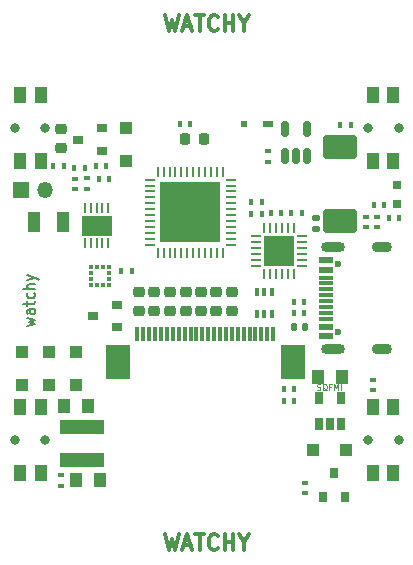
<source format=gbr>
G04 #@! TF.GenerationSoftware,KiCad,Pcbnew,(7.0.0)*
G04 #@! TF.CreationDate,2023-09-20T22:00:44+02:00*
G04 #@! TF.ProjectId,Watchy,57617463-6879-42e6-9b69-6361645f7063,rev?*
G04 #@! TF.SameCoordinates,Original*
G04 #@! TF.FileFunction,Soldermask,Top*
G04 #@! TF.FilePolarity,Negative*
%FSLAX46Y46*%
G04 Gerber Fmt 4.6, Leading zero omitted, Abs format (unit mm)*
G04 Created by KiCad (PCBNEW (7.0.0)) date 2023-09-20 22:00:44*
%MOMM*%
%LPD*%
G01*
G04 APERTURE LIST*
G04 Aperture macros list*
%AMRoundRect*
0 Rectangle with rounded corners*
0 $1 Rounding radius*
0 $2 $3 $4 $5 $6 $7 $8 $9 X,Y pos of 4 corners*
0 Add a 4 corners polygon primitive as box body*
4,1,4,$2,$3,$4,$5,$6,$7,$8,$9,$2,$3,0*
0 Add four circle primitives for the rounded corners*
1,1,$1+$1,$2,$3*
1,1,$1+$1,$4,$5*
1,1,$1+$1,$6,$7*
1,1,$1+$1,$8,$9*
0 Add four rect primitives between the rounded corners*
20,1,$1+$1,$2,$3,$4,$5,0*
20,1,$1+$1,$4,$5,$6,$7,0*
20,1,$1+$1,$6,$7,$8,$9,0*
20,1,$1+$1,$8,$9,$2,$3,0*%
G04 Aperture macros list end*
%ADD10C,0.125000*%
%ADD11C,0.300000*%
%ADD12C,0.150000*%
%ADD13RoundRect,0.168000X-1.232000X0.882000X-1.232000X-0.882000X1.232000X-0.882000X1.232000X0.882000X0*%
%ADD14R,0.800000X0.900000*%
%ADD15R,0.900000X0.800000*%
%ADD16R,0.400000X0.600000*%
%ADD17R,0.600000X0.400000*%
%ADD18RoundRect,0.062500X0.350000X0.062500X-0.350000X0.062500X-0.350000X-0.062500X0.350000X-0.062500X0*%
%ADD19RoundRect,0.062500X0.062500X0.350000X-0.062500X0.350000X-0.062500X-0.350000X0.062500X-0.350000X0*%
%ADD20R,2.600000X2.600000*%
%ADD21R,3.700000X1.200000*%
%ADD22R,1.100000X1.100000*%
%ADD23RoundRect,0.062500X-0.062500X0.375000X-0.062500X-0.375000X0.062500X-0.375000X0.062500X0.375000X0*%
%ADD24RoundRect,0.062500X-0.375000X0.062500X-0.375000X-0.062500X0.375000X-0.062500X0.375000X0.062500X0*%
%ADD25R,5.150000X5.150000*%
%ADD26R,0.400000X0.650000*%
%ADD27R,1.000000X1.250000*%
%ADD28C,0.800000*%
%ADD29R,1.000000X1.400000*%
%ADD30R,0.800000X0.800000*%
%ADD31RoundRect,0.150000X0.150000X-0.512500X0.150000X0.512500X-0.150000X0.512500X-0.150000X-0.512500X0*%
%ADD32R,0.650000X1.060000*%
%ADD33R,0.300000X1.300000*%
%ADD34R,2.000000X3.000000*%
%ADD35O,1.350000X1.350000*%
%ADD36R,1.350000X1.350000*%
%ADD37R,0.500000X0.500000*%
%ADD38R,0.900000X0.500000*%
%ADD39R,1.000000X1.800000*%
%ADD40R,0.375000X0.350000*%
%ADD41R,0.350000X0.375000*%
%ADD42RoundRect,0.062500X-0.062500X0.350000X-0.062500X-0.350000X0.062500X-0.350000X0.062500X0.350000X0*%
%ADD43R,2.500000X1.700000*%
%ADD44RoundRect,0.225000X-0.225000X-0.250000X0.225000X-0.250000X0.225000X0.250000X-0.225000X0.250000X0*%
%ADD45RoundRect,0.225000X0.250000X-0.225000X0.250000X0.225000X-0.250000X0.225000X-0.250000X-0.225000X0*%
%ADD46RoundRect,0.225000X-0.250000X0.225000X-0.250000X-0.225000X0.250000X-0.225000X0.250000X0.225000X0*%
%ADD47RoundRect,0.140000X0.170000X-0.140000X0.170000X0.140000X-0.170000X0.140000X-0.170000X-0.140000X0*%
%ADD48RoundRect,0.140000X-0.140000X-0.170000X0.140000X-0.170000X0.140000X0.170000X-0.140000X0.170000X0*%
%ADD49C,0.600000*%
%ADD50R,1.160000X0.600000*%
%ADD51R,1.160000X0.300000*%
%ADD52O,2.000000X0.900000*%
%ADD53O,1.700000X0.900000*%
G04 APERTURE END LIST*
D10*
X94934991Y-102096080D02*
X95006419Y-102119890D01*
X95006419Y-102119890D02*
X95125467Y-102119890D01*
X95125467Y-102119890D02*
X95173086Y-102096080D01*
X95173086Y-102096080D02*
X95196895Y-102072271D01*
X95196895Y-102072271D02*
X95220705Y-102024652D01*
X95220705Y-102024652D02*
X95220705Y-101977033D01*
X95220705Y-101977033D02*
X95196895Y-101929414D01*
X95196895Y-101929414D02*
X95173086Y-101905604D01*
X95173086Y-101905604D02*
X95125467Y-101881795D01*
X95125467Y-101881795D02*
X95030229Y-101857985D01*
X95030229Y-101857985D02*
X94982610Y-101834176D01*
X94982610Y-101834176D02*
X94958800Y-101810366D01*
X94958800Y-101810366D02*
X94934991Y-101762747D01*
X94934991Y-101762747D02*
X94934991Y-101715128D01*
X94934991Y-101715128D02*
X94958800Y-101667509D01*
X94958800Y-101667509D02*
X94982610Y-101643700D01*
X94982610Y-101643700D02*
X95030229Y-101619890D01*
X95030229Y-101619890D02*
X95149276Y-101619890D01*
X95149276Y-101619890D02*
X95220705Y-101643700D01*
X95768323Y-102167509D02*
X95720704Y-102143700D01*
X95720704Y-102143700D02*
X95673085Y-102096080D01*
X95673085Y-102096080D02*
X95601657Y-102024652D01*
X95601657Y-102024652D02*
X95554038Y-102000842D01*
X95554038Y-102000842D02*
X95506419Y-102000842D01*
X95530228Y-102119890D02*
X95482609Y-102096080D01*
X95482609Y-102096080D02*
X95434990Y-102048461D01*
X95434990Y-102048461D02*
X95411181Y-101953223D01*
X95411181Y-101953223D02*
X95411181Y-101786557D01*
X95411181Y-101786557D02*
X95434990Y-101691319D01*
X95434990Y-101691319D02*
X95482609Y-101643700D01*
X95482609Y-101643700D02*
X95530228Y-101619890D01*
X95530228Y-101619890D02*
X95625466Y-101619890D01*
X95625466Y-101619890D02*
X95673085Y-101643700D01*
X95673085Y-101643700D02*
X95720704Y-101691319D01*
X95720704Y-101691319D02*
X95744514Y-101786557D01*
X95744514Y-101786557D02*
X95744514Y-101953223D01*
X95744514Y-101953223D02*
X95720704Y-102048461D01*
X95720704Y-102048461D02*
X95673085Y-102096080D01*
X95673085Y-102096080D02*
X95625466Y-102119890D01*
X95625466Y-102119890D02*
X95530228Y-102119890D01*
X96125467Y-101857985D02*
X95958800Y-101857985D01*
X95958800Y-102119890D02*
X95958800Y-101619890D01*
X95958800Y-101619890D02*
X96196895Y-101619890D01*
X96387371Y-102119890D02*
X96387371Y-101619890D01*
X96387371Y-101619890D02*
X96554038Y-101977033D01*
X96554038Y-101977033D02*
X96720704Y-101619890D01*
X96720704Y-101619890D02*
X96720704Y-102119890D01*
X96958800Y-102119890D02*
X96958800Y-101619890D01*
D11*
X82102381Y-114357595D02*
X82411905Y-115657595D01*
X82411905Y-115657595D02*
X82659524Y-114729023D01*
X82659524Y-114729023D02*
X82907143Y-115657595D01*
X82907143Y-115657595D02*
X83216667Y-114357595D01*
X83650000Y-115286166D02*
X84269047Y-115286166D01*
X83526190Y-115657595D02*
X83959523Y-114357595D01*
X83959523Y-114357595D02*
X84392857Y-115657595D01*
X84640476Y-114357595D02*
X85383333Y-114357595D01*
X85011905Y-115657595D02*
X85011905Y-114357595D01*
X86559523Y-115533785D02*
X86497619Y-115595690D01*
X86497619Y-115595690D02*
X86311904Y-115657595D01*
X86311904Y-115657595D02*
X86188095Y-115657595D01*
X86188095Y-115657595D02*
X86002381Y-115595690D01*
X86002381Y-115595690D02*
X85878571Y-115471880D01*
X85878571Y-115471880D02*
X85816666Y-115348071D01*
X85816666Y-115348071D02*
X85754762Y-115100452D01*
X85754762Y-115100452D02*
X85754762Y-114914738D01*
X85754762Y-114914738D02*
X85816666Y-114667119D01*
X85816666Y-114667119D02*
X85878571Y-114543309D01*
X85878571Y-114543309D02*
X86002381Y-114419500D01*
X86002381Y-114419500D02*
X86188095Y-114357595D01*
X86188095Y-114357595D02*
X86311904Y-114357595D01*
X86311904Y-114357595D02*
X86497619Y-114419500D01*
X86497619Y-114419500D02*
X86559523Y-114481404D01*
X87116666Y-115657595D02*
X87116666Y-114357595D01*
X87116666Y-114976642D02*
X87859523Y-114976642D01*
X87859523Y-115657595D02*
X87859523Y-114357595D01*
X88726190Y-115038547D02*
X88726190Y-115657595D01*
X88292857Y-114357595D02*
X88726190Y-115038547D01*
X88726190Y-115038547D02*
X89159524Y-114357595D01*
D12*
X70380714Y-96692857D02*
X71047380Y-96521429D01*
X71047380Y-96521429D02*
X70571190Y-96350000D01*
X70571190Y-96350000D02*
X71047380Y-96178571D01*
X71047380Y-96178571D02*
X70380714Y-96007143D01*
X71047380Y-95278572D02*
X70523571Y-95278572D01*
X70523571Y-95278572D02*
X70428333Y-95321429D01*
X70428333Y-95321429D02*
X70380714Y-95407143D01*
X70380714Y-95407143D02*
X70380714Y-95578572D01*
X70380714Y-95578572D02*
X70428333Y-95664286D01*
X70999761Y-95278572D02*
X71047380Y-95364286D01*
X71047380Y-95364286D02*
X71047380Y-95578572D01*
X71047380Y-95578572D02*
X70999761Y-95664286D01*
X70999761Y-95664286D02*
X70904523Y-95707143D01*
X70904523Y-95707143D02*
X70809285Y-95707143D01*
X70809285Y-95707143D02*
X70714047Y-95664286D01*
X70714047Y-95664286D02*
X70666428Y-95578572D01*
X70666428Y-95578572D02*
X70666428Y-95364286D01*
X70666428Y-95364286D02*
X70618809Y-95278572D01*
X70380714Y-94978571D02*
X70380714Y-94635714D01*
X70047380Y-94850000D02*
X70904523Y-94850000D01*
X70904523Y-94850000D02*
X70999761Y-94807143D01*
X70999761Y-94807143D02*
X71047380Y-94721428D01*
X71047380Y-94721428D02*
X71047380Y-94635714D01*
X70999761Y-93950000D02*
X71047380Y-94035714D01*
X71047380Y-94035714D02*
X71047380Y-94207142D01*
X71047380Y-94207142D02*
X70999761Y-94292857D01*
X70999761Y-94292857D02*
X70952142Y-94335714D01*
X70952142Y-94335714D02*
X70856904Y-94378571D01*
X70856904Y-94378571D02*
X70571190Y-94378571D01*
X70571190Y-94378571D02*
X70475952Y-94335714D01*
X70475952Y-94335714D02*
X70428333Y-94292857D01*
X70428333Y-94292857D02*
X70380714Y-94207142D01*
X70380714Y-94207142D02*
X70380714Y-94035714D01*
X70380714Y-94035714D02*
X70428333Y-93950000D01*
X71047380Y-93564285D02*
X70047380Y-93564285D01*
X71047380Y-93178571D02*
X70523571Y-93178571D01*
X70523571Y-93178571D02*
X70428333Y-93221428D01*
X70428333Y-93221428D02*
X70380714Y-93307142D01*
X70380714Y-93307142D02*
X70380714Y-93435713D01*
X70380714Y-93435713D02*
X70428333Y-93521428D01*
X70428333Y-93521428D02*
X70475952Y-93564285D01*
X70380714Y-92835713D02*
X71047380Y-92621427D01*
X70380714Y-92407142D02*
X71047380Y-92621427D01*
X71047380Y-92621427D02*
X71285476Y-92707142D01*
X71285476Y-92707142D02*
X71333095Y-92749999D01*
X71333095Y-92749999D02*
X71380714Y-92835713D01*
D11*
X82102381Y-70407595D02*
X82411905Y-71707595D01*
X82411905Y-71707595D02*
X82659524Y-70779023D01*
X82659524Y-70779023D02*
X82907143Y-71707595D01*
X82907143Y-71707595D02*
X83216667Y-70407595D01*
X83650000Y-71336166D02*
X84269047Y-71336166D01*
X83526190Y-71707595D02*
X83959523Y-70407595D01*
X83959523Y-70407595D02*
X84392857Y-71707595D01*
X84640476Y-70407595D02*
X85383333Y-70407595D01*
X85011905Y-71707595D02*
X85011905Y-70407595D01*
X86559523Y-71583785D02*
X86497619Y-71645690D01*
X86497619Y-71645690D02*
X86311904Y-71707595D01*
X86311904Y-71707595D02*
X86188095Y-71707595D01*
X86188095Y-71707595D02*
X86002381Y-71645690D01*
X86002381Y-71645690D02*
X85878571Y-71521880D01*
X85878571Y-71521880D02*
X85816666Y-71398071D01*
X85816666Y-71398071D02*
X85754762Y-71150452D01*
X85754762Y-71150452D02*
X85754762Y-70964738D01*
X85754762Y-70964738D02*
X85816666Y-70717119D01*
X85816666Y-70717119D02*
X85878571Y-70593309D01*
X85878571Y-70593309D02*
X86002381Y-70469500D01*
X86002381Y-70469500D02*
X86188095Y-70407595D01*
X86188095Y-70407595D02*
X86311904Y-70407595D01*
X86311904Y-70407595D02*
X86497619Y-70469500D01*
X86497619Y-70469500D02*
X86559523Y-70531404D01*
X87116666Y-71707595D02*
X87116666Y-70407595D01*
X87116666Y-71026642D02*
X87859523Y-71026642D01*
X87859523Y-71707595D02*
X87859523Y-70407595D01*
X88726190Y-71088547D02*
X88726190Y-71707595D01*
X88292857Y-70407595D02*
X88726190Y-71088547D01*
X88726190Y-71088547D02*
X89159524Y-70407595D01*
D13*
X96870000Y-81530000D03*
X96870000Y-87862000D03*
D14*
X95435999Y-111185199D03*
X97335999Y-111185199D03*
X96385999Y-109185199D03*
D15*
X76735799Y-81874399D03*
X76735799Y-79974399D03*
X74735799Y-80924399D03*
D16*
X83312199Y-79603599D03*
X84212199Y-79603599D03*
D17*
X99099999Y-88359999D03*
X99099999Y-87459999D03*
X93947599Y-110889199D03*
X93947599Y-109989199D03*
D18*
X93660300Y-91633600D03*
X93660300Y-91133600D03*
X93660300Y-90633600D03*
X93660300Y-90133600D03*
X93660300Y-89633600D03*
X93660300Y-89133600D03*
D19*
X92972800Y-88446100D03*
X92472800Y-88446100D03*
X91972800Y-88446100D03*
X91472800Y-88446100D03*
X90972800Y-88446100D03*
X90472800Y-88446100D03*
D18*
X89785300Y-89133600D03*
X89785300Y-89633600D03*
X89785300Y-90133600D03*
X89785300Y-90633600D03*
X89785300Y-91133600D03*
X89785300Y-91633600D03*
D19*
X90472800Y-92321100D03*
X90972800Y-92321100D03*
X91472800Y-92321100D03*
X91972800Y-92321100D03*
X92472800Y-92321100D03*
X92972800Y-92321100D03*
D20*
X91722799Y-90383599D03*
D15*
X78005799Y-96834999D03*
X78005799Y-94934999D03*
X76005799Y-95884999D03*
D21*
X75029999Y-105239999D03*
X75029999Y-108039999D03*
D16*
X76200199Y-83184999D03*
X77100199Y-83184999D03*
D22*
X74549999Y-98889999D03*
X74549999Y-101689999D03*
D23*
X86952750Y-83632850D03*
X86452750Y-83632850D03*
X85952750Y-83632850D03*
X85452750Y-83632850D03*
X84952750Y-83632850D03*
X84452750Y-83632850D03*
X83952750Y-83632850D03*
X83452750Y-83632850D03*
X82952750Y-83632850D03*
X82452750Y-83632850D03*
X81952750Y-83632850D03*
X81452750Y-83632850D03*
D24*
X80765250Y-84320350D03*
X80765250Y-84820350D03*
X80765250Y-85320350D03*
X80765250Y-85820350D03*
X80765250Y-86320350D03*
X80765250Y-86820350D03*
X80765250Y-87320350D03*
X80765250Y-87820350D03*
X80765250Y-88320350D03*
X80765250Y-88820350D03*
X80765250Y-89320350D03*
X80765250Y-89820350D03*
D23*
X81452750Y-90507850D03*
X81952750Y-90507850D03*
X82452750Y-90507850D03*
X82952750Y-90507850D03*
X83452750Y-90507850D03*
X83952750Y-90507850D03*
X84452750Y-90507850D03*
X84952750Y-90507850D03*
X85452750Y-90507850D03*
X85952750Y-90507850D03*
X86452750Y-90507850D03*
X86952750Y-90507850D03*
D24*
X87640250Y-89820350D03*
X87640250Y-89320350D03*
X87640250Y-88820350D03*
X87640250Y-88320350D03*
X87640250Y-87820350D03*
X87640250Y-87320350D03*
X87640250Y-86820350D03*
X87640250Y-86320350D03*
X87640250Y-85820350D03*
X87640250Y-85320350D03*
X87640250Y-84820350D03*
X87640250Y-84320350D03*
D25*
X84202749Y-87070349D03*
D26*
X89817799Y-95691999D03*
X90467799Y-95691999D03*
X91117799Y-95691999D03*
X91117799Y-93791999D03*
X90467799Y-93791999D03*
X89817799Y-93791999D03*
D17*
X73249999Y-110219999D03*
X73249999Y-109319999D03*
D27*
X95020999Y-101015799D03*
X97020999Y-101015799D03*
D16*
X101915999Y-87579199D03*
X101015999Y-87579199D03*
D17*
X99999999Y-88359999D03*
X99999999Y-87459999D03*
D28*
X71930000Y-106330000D03*
X69330000Y-106330000D03*
D29*
X71529999Y-103529999D03*
X71529999Y-109129999D03*
X69829999Y-103529999D03*
X69829999Y-109129999D03*
D28*
X99270000Y-106330000D03*
X101870000Y-106330000D03*
D29*
X99669999Y-109129999D03*
X99669999Y-103529999D03*
X101369999Y-109129999D03*
X101369999Y-103529999D03*
D16*
X93025999Y-103098599D03*
X92125999Y-103098599D03*
D22*
X72249999Y-98889999D03*
X72249999Y-101689999D03*
D27*
X73529999Y-103519999D03*
X75529999Y-103519999D03*
D16*
X96909999Y-79669999D03*
X97809999Y-79669999D03*
D30*
X101739999Y-86379999D03*
X101739999Y-84779999D03*
D27*
X74529999Y-109769999D03*
X76529999Y-109769999D03*
D22*
X97406599Y-107169199D03*
X94606599Y-107169199D03*
D31*
X92210200Y-82341300D03*
X93160200Y-82341300D03*
X94110200Y-82341300D03*
X94110200Y-80066300D03*
X92210200Y-80066300D03*
D16*
X90249999Y-86232999D03*
X89349999Y-86232999D03*
X92125999Y-102082599D03*
X93025999Y-102082599D03*
D17*
X99662599Y-101251599D03*
X99662599Y-102151599D03*
D22*
X69949999Y-101689999D03*
X69949999Y-98889999D03*
D32*
X95081999Y-105043399D03*
X96031999Y-105043399D03*
X96981999Y-105043399D03*
X96981999Y-102843399D03*
X95081999Y-102843399D03*
D28*
X99270000Y-79930000D03*
X101870000Y-79930000D03*
D29*
X99669999Y-82729999D03*
X99669999Y-77129999D03*
X101369999Y-82729999D03*
X101369999Y-77129999D03*
D28*
X71930000Y-79930000D03*
X69330000Y-79930000D03*
D29*
X71529999Y-77129999D03*
X71529999Y-82729999D03*
X69829999Y-77129999D03*
X69829999Y-82729999D03*
D33*
X91224999Y-97419999D03*
X90724999Y-97419999D03*
X90224999Y-97419999D03*
X89724999Y-97419999D03*
X89224999Y-97419999D03*
X88724999Y-97419999D03*
X88224999Y-97419999D03*
X87724999Y-97419999D03*
X87224999Y-97419999D03*
X86724999Y-97419999D03*
X86224999Y-97419999D03*
X85724999Y-97419999D03*
X85224999Y-97419999D03*
X84724999Y-97419999D03*
X84224999Y-97419999D03*
X83724999Y-97419999D03*
X83224999Y-97419999D03*
X82724999Y-97419999D03*
X82224999Y-97419999D03*
X81724999Y-97419999D03*
X81224999Y-97419999D03*
X80724999Y-97419999D03*
X80224999Y-97419999D03*
X79724999Y-97419999D03*
D34*
X78074999Y-99769999D03*
X92874999Y-99769999D03*
D16*
X90249999Y-87223599D03*
X89349999Y-87223599D03*
X73493399Y-83159599D03*
X72593399Y-83159599D03*
D22*
X78732999Y-79981599D03*
X78732999Y-82781599D03*
D35*
X71899999Y-85154999D03*
D36*
X69899999Y-85154999D03*
D17*
X74440399Y-84233599D03*
X74440399Y-85133599D03*
D37*
X88724999Y-79649999D03*
D38*
X90824999Y-79649999D03*
D16*
X74396799Y-83311999D03*
X75296799Y-83311999D03*
X76454199Y-84277199D03*
X77354199Y-84277199D03*
D39*
X73455199Y-87909399D03*
X70955199Y-87909399D03*
D40*
X75837399Y-91752799D03*
X75837399Y-92252799D03*
X75837399Y-92752799D03*
X75837399Y-93252799D03*
D41*
X76349899Y-93265299D03*
X76849899Y-93265299D03*
D40*
X77362399Y-93252799D03*
X77362399Y-92752799D03*
X77362399Y-92252799D03*
X77362399Y-91752799D03*
D41*
X76849899Y-91740299D03*
X76349899Y-91740299D03*
D42*
X77269200Y-86741000D03*
X76769200Y-86741000D03*
X76269200Y-86741000D03*
X75769200Y-86741000D03*
X75269200Y-86741000D03*
X75269200Y-89666000D03*
X75769200Y-89666000D03*
X76269200Y-89666000D03*
X76769200Y-89666000D03*
X77269200Y-89666000D03*
D43*
X76269199Y-88203499D03*
D17*
X75456399Y-84182799D03*
X75456399Y-85082799D03*
X90772599Y-82796799D03*
X90772599Y-81896799D03*
D44*
X83800000Y-80899000D03*
X85350000Y-80899000D03*
D45*
X87710000Y-95415000D03*
X87710000Y-93865000D03*
X82510000Y-95415000D03*
X82510000Y-93865000D03*
X85110000Y-95415000D03*
X85110000Y-93865000D03*
X86410000Y-95415000D03*
X86410000Y-93865000D03*
X83810000Y-95415000D03*
X83810000Y-93865000D03*
X81160000Y-95415000D03*
X81160000Y-93865000D03*
X79860000Y-95415000D03*
X79860000Y-93865000D03*
D46*
X73221200Y-80073200D03*
X73221200Y-81623200D03*
D16*
X78340799Y-92074999D03*
X79240799Y-92074999D03*
D47*
X94811200Y-88516400D03*
X94811200Y-87556400D03*
D48*
X92985000Y-96774000D03*
X93945000Y-96774000D03*
D16*
X93864199Y-95630999D03*
X92964199Y-95630999D03*
D49*
X96750000Y-97250000D03*
X96750000Y-91470000D03*
D50*
X95689999Y-97559999D03*
X95689999Y-96759999D03*
D51*
X95689999Y-95609999D03*
X95689999Y-94609999D03*
X95689999Y-94109999D03*
X95689999Y-93109999D03*
D50*
X95689999Y-91959999D03*
X95689999Y-91159999D03*
X95689999Y-91159999D03*
X95689999Y-91959999D03*
D51*
X95689999Y-92609999D03*
X95689999Y-93609999D03*
X95689999Y-95109999D03*
X95689999Y-96109999D03*
D50*
X95689999Y-96759999D03*
X95689999Y-97559999D03*
D52*
X96269999Y-98679999D03*
D53*
X100439999Y-98679999D03*
D52*
X96269999Y-90039999D03*
D53*
X100439999Y-90039999D03*
D16*
X92735599Y-87172799D03*
X93635599Y-87172799D03*
X93864199Y-94640399D03*
X92964199Y-94640399D03*
X99720599Y-86486999D03*
X100620599Y-86486999D03*
X91908399Y-87147399D03*
X91008399Y-87147399D03*
M02*

</source>
